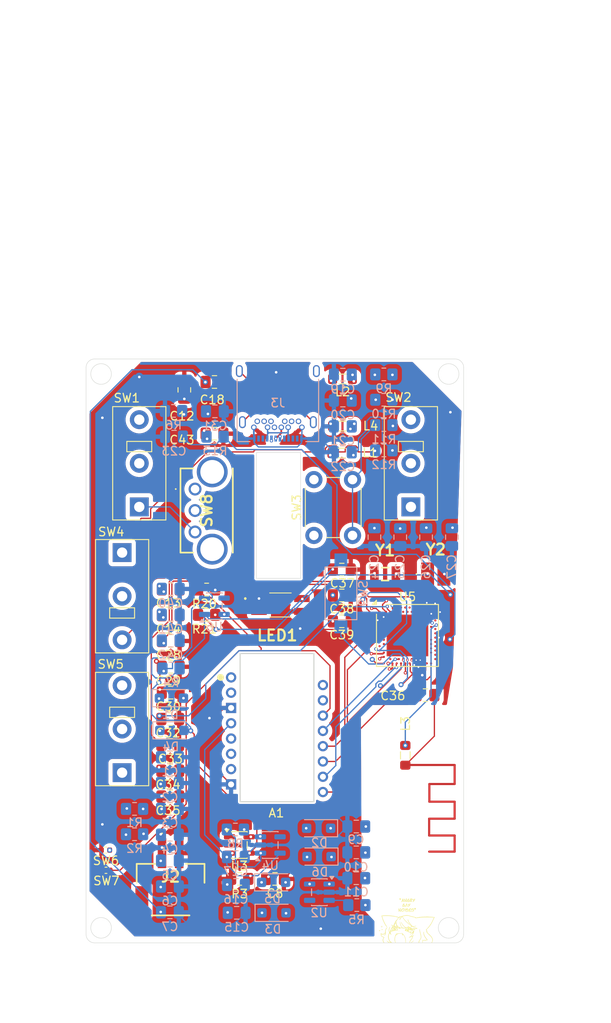
<source format=kicad_pcb>
(kicad_pcb (version 20241229) (generator "pcbnew") (generator_version "9.0")
  (layers (0 "F.Cu" signal) (4 "In1.Cu" signal) (6 "In2.Cu" signal) (2 "B.Cu" signal) (13 "F.Paste" user) (15 "B.Paste" user) (5 "F.SilkS" user "F.Silkscreen") (7 "B.SilkS" user "B.Silkscreen") (1 "F.Mask" user) (3 "B.Mask" user) (25 "Edge.Cuts" user))
  (net 0 "")
  (net 1 "+3.3V")
  (net 2 "MISO")
  (net 3 "MOTION")
  (net 4 "MOSI")
  (net 6 "MSNCS")
  (net 7 "Net-(A1-VDDREG)")
  (net 9 "GND")
  (net 10 "NRESET")
  (net 13 "VDD_1.9V")
  (net 14 "SCLK")
  (net 15 "Net-(A1-LED_P)")
  (net 16 "Net-(AE1-A)")
  (net 17 "+BATT")
  (net 18 "Net-(D2-K)")
  (net 19 "VDDW1")
  (net 20 "Net-(D3-K)")
  (net 21 "Switch1")
  (net 22 "Switch2")
  (net 23 "Switch3")
  (net 24 "Switch4")
  (net 25 "Switch5")
  (net 26 "C1-1")
  (net 27 "C1-2")
  (net 28 "C2-1")
  (net 29 "C2-2")
  (net 30 "Net-(U5-DEC1)")
  (net 31 "VBUS")
  (net 32 "Net-(J3-SHIELD)")
  (net 33 "RFDEC4")
  (net 34 "Net-(U5-DEC2)")
  (net 35 "Net-(U5-DEC3)")
  (net 36 "RFANT")
  (net 37 "Net-(U5-DEC5)")
  (net 38 "Net-(D1-K)")
  (net 39 "+5V")
  (net 40 "D-")
  (net 41 "D+")
  (net 42 "Net-(J3-CC1)")
  (net 43 "RFDCC")
  (net 44 "Net-(L1-Pad2)")
  (net 45 "DCCH")
  (net 46 "LED")
  (net 48 "Net-(U3-PROG)")
  (net 49 "Net-(U6-EN)")
  (net 50 "Net-(U2-EN)")
  (net 51 "Net-(U4-EN)")
  (net 52 "Net-(SW1-B)")
  (net 53 "Net-(SW2-B)")
  (net 54 "Net-(SW3-B)")
  (net 55 "Net-(SW4-B)")
  (net 56 "Net-(SW5-B)")
  (net 57 "RESET")
  (net 58 "RECW")
  (net 59 "RECCW")
  (net 100 "Net-(SW9-B)")
  (footprint "Capacitor_SMD:C_0805_2012Metric_Pad1.18x1.45mm_HandSolder" (layer "F.Cu") (at 133.9 105.1)
    (property "Reference" "C39")
    (property "Value" "4.7μF")
  )
  (footprint "Button_Switch_THT:SW_PUSH_6mm" (layer "F.Cu") (at 130.65 95.1 90)
    (property "Reference" "SW3")
    (property "Value" "SW_SPST")
  )
  (footprint "Capacitor_SMD:C_0805_2012Metric_Pad1.18x1.45mm_HandSolder" (layer "F.Cu") (at 113.9625 113.41)
    (property "Reference" "C30")
    (property "Value" "1.0μF")
  )
  (footprint "Resistor_SMD:R_0805_2012Metric_Pad1.20x1.40mm_HandSolder" (layer "F.Cu") (at 118.15 104.35)
    (property "Reference" "R21")
    (property "Value" "10kΩ")
  )
  (footprint "custom:SW_Tactile_SPDT_Omron_D2F" (layer "F.Cu") (at 108.3 97.1)
    (property "Reference" "SW4")
    (property "Value" "SW_SPST")
  )
  (footprint "Capacitor_SMD:C_0805_2012Metric_Pad1.18x1.45mm_HandSolder" (layer "F.Cu") (at 119.0625 77.23)
    (property "Reference" "C18")
    (property "Value" "10uF")
  )
  (footprint "Inductor_SMD:L_0805_2012Metric_Pad1.05x1.20mm_HandSolder" (layer "F.Cu") (at 133.9 85.5)
    (property "Reference" "L1")
    (property "Value" "10μH")
  )
  (footprint "Inductor_SMD:L_0805_2012Metric_Pad1.05x1.20mm_HandSolder" (layer "F.Cu") (at 141.3 120.7082 -90)
    (property "Reference" "L3")
    (property "Value" "3.3nH")
  )
  (footprint "Capacitor_SMD:C_0805_2012Metric_Pad1.18x1.45mm_HandSolder" (layer "F.Cu") (at 133.9 99.08)
    (property "Reference" "C37")
    (property "Value" "N.C.")
  )
  (footprint "custom:JSTPH2PINSMTRIGHTANGLECONNECTOR" (layer "F.Cu") (at 113.95 136.35)
    (property "Reference" "J2")
    (property "Value" "JSTPH" (hide yes))
  )
  (footprint "Package_TO_SOT_SMD:SOT-23-5" (layer "F.Cu") (at 121.9625 131.15)
    (property "Reference" "U3")
    (property "Value" "MCP73831-2-OT")
  )
  (footprint "Capacitor_SMD:C_0805_2012Metric_Pad1.18x1.45mm_HandSolder" (layer "F.Cu") (at 133.9 102.09)
    (property "Reference" "C38")
    (property "Value" "100nF")
  )
  (footprint "Capacitor_SMD:C_0805_2012Metric_Pad1.18x1.45mm_HandSolder" (layer "F.Cu") (at 126.1125 135.1)
    (property "Reference" "C8")
    (property "Value" "10uF")
  )
  (footprint "Capacitor_SMD:C_0402_1005Metric" (layer "F.Cu") (at 106.37 131.75)
    (property "Reference" "SW6")
    (property "Value" "SW_SPST")
  )
  (footprint "Package_DFN_QFN:Nordic_AQFN-73-1EP_7x7mm_P0.5mm" (layer "F.Cu") (at 141.55 106.75)
    (property "Reference" "U5")
    (property "Value" "nRF52840")
  )
  (footprint "custom:PAW3395" (layer "F.Cu") (at 121 111.635)
    (property "Reference" "A1")
    (property "Value" "PAW3395")
    (fp_line (start 1.05 -2.78) (end 1.05 14.48) (stroke (width 0.12)) (layer "Edge.Cuts"))
    (fp_line (start 1.05 -2.78) (end 9.65 -2.78) (stroke (width 0.12)) (layer "Edge.Cuts"))
    (fp_line (start 1.05 14.48) (end 9.65 14.48) (stroke (width 0.12)) (layer "Edge.Cuts"))
    (fp_line (start 9.65 -2.78) (end 9.65 14.48) (stroke (width 0.12)) (layer "Edge.Cuts"))
  )
  (footprint "custom:ABM8A32000MHZD2YT3" (layer "F.Cu") (at 144.85 99.6)
    (property "Reference" "Y2")
    (property "Value" "32 Hz" (hide yes))
  )
  (footprint "custom:FC135327680KAA" (layer "F.Cu") (at 138.95 99.6)
    (property "Reference" "Y1")
    (property "Value" "32.768 Hz" (hide yes))
  )
  (footprint "Capacitor_SMD:C_0805_2012Metric_Pad1.18x1.45mm_HandSolder" (layer "F.Cu") (at 119.0625 83.25)
    (property "Reference" "C43")
    (property "Value" "10uF")
  )
  (footprint "Capacitor_SMD:C_0805_2012Metric_Pad1.18x1.45mm_HandSolder" (layer "F.Cu") (at 113.9125 119.49)
    (property "Reference" "C33")
    (property "Value" "N.C.")
  )
  (footprint "custom:EC10E1220503" (layer "F.Cu") (at 116.8 89.7 -90)
    (property "Reference" "SW8")
    (property "Value" "RotaryEncoder" (hide yes))
  )
  (footprint "custom:SW_Tactile_SPDT_Omron_D2F" (layer "F.Cu") (at 141.95 91.78 180)
    (property "Reference" "SW2")
    (property "Value" "SW_SPST")
  )
  (footprint "Capacitor_SMD:C_0805_2012Metric_Pad1.18x1.45mm_HandSolder" (layer "F.Cu") (at 113.9125 122.5)
    (property "Reference" "C34")
    (property "Value" "100pF")
  )
  (footprint "Resistor_SMD:R_0805_2012Metric_Pad1.20x1.40mm_HandSolder" (layer "F.Cu") (at 122 135.1)
    (property "Reference" "R3")
    (property "Value" "2kΩ")
  )
  (footprint "Inductor_SMD:L_0805_2012Metric_Pad1.05x1.20mm_HandSolder" (layer "F.Cu") (at 133.98 82.375)
    (property "Reference" "L4")
    (property "Value" "10μH")
  )
  (footprint "Inductor_SMD:L_0805_2012Metric_Pad1.05x1.20mm_HandSolder" (layer "F.Cu") (at 133.98 76.875)
    (property "Reference" "L2")
    (property "Value" "15nH")
  )
  (footprint "Capacitor_SMD:C_0805_2012Metric_Pad1.18x1.45mm_HandSolder" (layer "F.Cu") (at 113.9125 125.51)
    (property "Reference" "C35")
    (property "Value" "0.8pF")
  )
  (footprint "Capacitor_SMD:C_0805_2012Metric_Pad1.18x1.45mm_HandSolder" (layer "F.Cu") (at 113.9625 101.37)
    (property "Reference" "C13")
    (property "Value" "100nF")
  )
  (footprint "Capacitor_SMD:C_0805_2012Metric_Pad1.18x1.45mm_HandSolder" (layer "F.Cu") (at 143.65 113.7 180)
    (property "Reference" "C36")
    (property "Value" "0.5pF")
  )
  (footprint "Capacitor_SMD:C_0805_2012Metric_Pad1.18x1.45mm_HandSolder" (layer "F.Cu") (at 113.9125 116.48)
    (property "Reference" "C32")
    (property "Value" "1.0μF")
  )
  (footprint "Capacitor_SMD:C_0805_2012Metric_Pad1.18x1.45mm_HandSolder" (layer "F.Cu") (at 113.9625 104.38)
    (property "Reference" "C14")
    (property "Value" "100nF")
  )
  (footprint "Capacitor_SMD:C_0402_1005Metric" (layer "F.Cu") (at 106.42 134.1)
    (property "Reference" "SW7")
    (property "Value" "SW_SPST")
  )
  (footprint "Resistor_SMD:R_0805_2012Metric_Pad1.20x1.40mm_HandSolder" (layer "F.Cu") (at 118.15 101.4)
    (property "Reference" "R20")
    (property "Value" "10kΩ")
  )
  (footprint "Capacitor_SMD:C_0805_2012Metric_Pad1.18x1.45mm_HandSolder" (layer "F.Cu") (at 115.55 78.15 90)
    (property "Reference" "C12")
    (property "Value" "10uF")
  )
  (footprint "Capacitor_SMD:C_0805_2012Metric_Pad1.18x1.45mm_HandSolder" (layer "F.Cu") (at 113.9625 110.4)
    (property "Reference" "C29")
    (property "Value" "4.7μF")
  )
  (footprint "Capacitor_SMD:C_0805_2012Metric_Pad1.18x1.45mm_HandSolder" (layer "F.Cu") (at 113.9625 107.39)
    (property "Reference" "C28")
    (property "Value" "100nF")
  )
  (footprint "custom:SW_Tactile_SPDT_Omron_D2F" (layer "F.Cu") (at 110.3 91.78 180)
    (property "Reference" "SW1")
    (property "Value" "SW_SPST")
  )
  (footprint "custom:SK6812MINIE" (layer "F.Cu") (at 126.75 103.2)
    (property "Reference" "LED1")
    (property "Value" "SK6812MINI-E" (hide yes))
  )
  (footprint "custom:LOGO" (layer "F.Cu") (at 141.65 139.075)
    (property "Reference" "G***" (hide yes))
    (property "Value" "LOGO" (hide yes))
  )
  (footprint "custom:SW_Tactile_SPDT_Omron_D2F" (layer "F.Cu") (at 108.3 122.73 180)
    (property "Reference" "SW5")
    (property "Value" "SW_SPST")
  )
  (footprint "Capacitor_SMD:C_0805_2012Metric_Pad1.18x1.45mm_HandSolder" (layer "B.Cu") (at 113.87 126.95)
    (property "Reference" "C3")
    (property "Value" "10uF")
  )
  (footprint "Capacitor_SMD:C_0805_2012Metric_Pad1.18x1.45mm_HandSolder" (layer "B.Cu") (at 134.02 85.41)
    (property "Reference" "C22")
    (property "Value" "100nF")
  )
  (footprint "Button_Switch_SMD:SW_SPST_CK_RS282G05A3" (layer "B.Cu") (at 133.8 101.85 90)
    (property "Reference" "SW9")
    (property "Value" "SW_SPST")
  )
  (footprint "Capacitor_SMD:C_0805_2012Metric_Pad1.18x1.45mm_HandSolder" (layer "B.Cu") (at 113.87 129.96)
    (property "Reference" "C4")
    (property "Value" "100nF")
  )
  (footprint "Resistor_SMD:R_0805_2012Metric_Pad1.20x1.40mm_HandSolder" (layer "B.Cu") (at 138.8 79.3)
    (property "Reference" "R10")
    (property "Value" "10kΩ")
  )
  (footprint "Capacitor_SMD:C_0805_2012Metric_Pad1.18x1.45mm_HandSolder" (layer "B.Cu") (at 113.87 135.98)
    (property "Reference" "C6")
    (property "Value" "10uF")
  )
  (footprint "Capacitor_SMD:C_0805_2012Metric_Pad1.18x1.45mm_HandSolder" (layer "B.Cu") (at 119.1125 80.65)
    (property "Reference" "C31")
    (property "Value" "100nF")
  )
  (footprint "Capacitor_SMD:C_0805_2012Metric_Pad1.18x1.45mm_HandSolder" (layer "B.Cu") (at 121.55 132.55)
    (property "Reference" "C17")
    (property "Value" "1uF")
  )
  (footprint "Capacitor_SMD:C_0805_2012Metric_Pad1.18x1.45mm_HandSolder" (layer "B.Cu") (at 113.97 104.34)
    (property "Reference" "C41")
    (property "Value" "10uF")
  )
  (footprint "Capacitor_SMD:C_0805_2012Metric_Pad1.18x1.45mm_HandSolder" (layer "B.Cu") (at 135.5875 135.02 180)
    (property "Reference" "C11")
    (property "Value" "1uF")
  )
  (footprint "Diode_SMD:D_SOD-123F" (layer "B.Cu") (at 131.25 132.5 180)
    (property "Reference" "D6")
    (property "Value" "MBR1020VL")
  )
  (footprint "Resistor_SMD:R_0805_2012Metric_Pad1.20x1.40mm_HandSolder" (layer "B.Cu") (at 135.65 138.15 180)
    (property "Reference" "R5")
    (property "Value" "100kΩ")
  )
  (footprint "Capacitor_SMD:C_0805_2012Metric_Pad1.18x1.45mm_HandSolder" (layer "B.Cu") (at 135.5875 129 180)
    (property "Reference" "C9")
    (property "Value" "10uF")
  )
  (footprint "Capacitor_SMD:C_0805_2012Metric_Pad1.18x1.45mm_HandSolder" (layer "B.Cu") (at 146.73 95.3 90)
    (property "Reference" "C27")
    (property "Value" "12pF")
  )
  (footprint "Package_TO_SOT_SMD:SOT-23-5" (layer "B.Cu") (at 131.2875 136.65 180)
    (property "Reference" "U2")
    (property "Value" "SPX3819M5-L-3-3")
  )
  (footprint "Capacitor_SMD:C_0805_2012Metric_Pad1.18x1.45mm_HandSolder" (layer "B.Cu") (at 113.87 123.94)
    (property "Reference" "C2")
    (property "Value" "100nF")
  )
  (footprint "Capacitor_SMD:C_0805_2012Metric_Pad1.18x1.45mm_HandSolder" (layer "B.Cu") (at 137.7 95.3 90)
    (property "Reference" "C24")
    (property "Value" "12pF")
  )
  (footprint "Capacitor_SMD:C_0805_2012Metric_Pad1.18x1.45mm_HandSolder" (layer "B.Cu") (at 113.97 107.35)
    (property "Reference" "C42")
    (property "Value" "1uF")
  )
  (footprint "Diode_SMD:D_SOD-123F" (layer "B.Cu") (at 114.1 117.8)
    (property "Reference" "D4")
    (property "Value" "MBR1020VL")
  )
  (footprint "Resistor_SMD:R_0805_2012Metric_Pad1.20x1.40mm_HandSolder" (layer "B.Cu") (at 138.8 82.25)
    (property "Reference" "R11")
    (property "Value" "10kΩ")
  )
  (footprint "Diode_SMD:D_SOD-123F" (layer "B.Cu") (at 131.2 129.2 180)
    (property "Reference" "D2")
    (property "Value" "MBR1020VL")
  )
  (footprint "Capacitor_SMD:C_0805_2012Metric_Pad1.18x1.45mm_HandSolder" (layer "B.Cu") (at 121.5625 135.8)
    (property "Reference" "C16")
    (property "Value" "10uF")
  )
  (footprint "Resistor_SMD:R_0805_2012Metric_Pad1.20x1.40mm_HandSolder" (layer "B.Cu") (at 121.5 129.35)
    (property "Reference" "R8")
    (property "Value" "100kΩ")
  )
  (footprint "Resistor_SMD:R_0805_2012Metric_Pad1.20x1.40mm_HandSolder" (layer "B.Cu") (at 114.3 80.6)
    (property "Reference" "R6")
    (property "Value" "5.1kΩ")
  )
  (footprint "Diode_SMD:D_SOD-123F" (layer "B.Cu") (at 114.05 114.05)
    (property "Reference" "D1")
    (property "Value" "MBR1020VL")
  )
  (footprint "Capacitor_SMD:C_0805_2012Metric_Pad1.18x1.45mm_HandSolder" (layer "B.Cu") (at 143.72 95.3 90)
    (property "Reference" "C26")
    (property "Value" "12pF")
  )
  (footprint "Connector_USB:USB_C_Receptacle_Amphenol_12401548E4-2A" (layer "B.Cu") (at 126.45 78.8)
    (property "Reference" "J3")
    (property "Value" "USB_C_Receptacle_USB2.0_14P")
  )
  (footprint "Capacitor_SMD:C_0805_2012Metric_Pad1.18x1.45mm_HandSolder" (layer "B.Cu") (at 113.87 120.93)
    (property "Reference" "C1")
    (property "Value" "4.7uF")
  )
  (footprint "Resistor_SMD:R_0805_2012Metric_Pad1.20x1.40mm_HandSolder" (layer "B.Cu") (at 114 110.6)
    (property "Reference" "R4")
    (property "Value" "100kΩ")
  )
  (footprint "Resistor_SMD:R_0805_2012Metric_Pad1.20x1.40mm_HandSolder" (layer "B.Cu") (at 109.75 129.9)
    (property "Reference" "R2")
    (property "Value" "5.6Ω")
  )
  (footprint "Capacitor_SMD:C_0805_2012Metric_Pad1.18x1.45mm_HandSolder" (layer "B.Cu") (at 113.87 132.97)
    (property "Reference" "C5")
    (property "Value" "100nF")
  )
  (footprint "Capacitor_SMD:C_0805_2012Metric_Pad1.18x1.45mm_HandSolder" (layer "B.Cu") (at 113.97 101.33)
    (property "Reference" "C40")
    (property "Value" "10uF")
  )
  (footprint "Package_TO_SOT_SMD:SOT-23-5" (layer "B.Cu") (at 125.5625 131.15)
    (property "Reference" "U4")
    (property "Value" "TLV70019_SOT23-5")
  )
  (footprint "Capacitor_SMD:C_0805_2012Metric_Pad1.18x1.45mm_HandSolder" (layer "B.Cu") (at 114.35 83.6)
    (property "Reference" "C23")
    (property "Value" "100nF")
  )
  (footprint "Capacitor_SMD:C_0805_2012Metric_Pad1.18x1.45mm_HandSolder" (layer "B.Cu") (at 140.71 95.3 90)
    (property "Reference" "C25")
    (property "Value" "12pF")
  )
  (footprint "Capacitor_SMD:C_0805_2012Metric_Pad1.18x1.45mm_HandSolder" (layer "B.Cu") (at 134.02 76.38)
    (property "Reference" "C19")
    (property "Value" "100nF")
  )
  (footprint "Resistor_SMD:R_0805_2012Metric_Pad1.20x1.40mm_HandSolder" (layer "B.Cu") (at 109.75 126.95)
    (property "Reference" "R1")
    (property "Value" "10kΩ")
  )
  (footprint "Package_TO_SOT_SMD:SOT-23-5" (layer "B.Cu") (at 119.05 103.35)
    (property "Reference" "U6")
    (property "Value" "SPX3819M5-L-5-0")
  )
  (footprint "Resistor_SMD:R_0805_2012Metric_Pad1.20x1.40mm_HandSolder" (layer "B.Cu") (at 138.8 76.35)
    (property "Reference" "R9")
    (property "Value" "10kΩ")
  )
  (footprint "Capacitor_SMD:C_0805_2012Metric_Pad1.18x1.45mm_HandSolder" (layer "B.Cu") (at 135.5875 132.01 180)
    (property "Reference" "C10")
    (property "Value" "10uF")
  )
  (footprint "Capacitor_SMD:C_0805_2012Metric_Pad1.18x1.45mm_HandSolder" (layer "B.Cu") (at 134.02 79.39)
    (property "Reference" "C20")
    (property "Value" "100nF")
  )
  (footprint "Diode_SMD:D_SOD-123F" (layer "B.Cu") (at 125.95 135.5)
    (property "Reference" "D5")
    (property "Value" "MBR1020VL")
  )
  (footprint "Capacitor_SMD:C_0805_2012Metric_Pad1.18x1.45mm_HandSolder" (layer "B.Cu") (at 121.65 139.05)
    (property "Reference" "C15")
    (property "Value" "10uF")
  )
  (footprint "Resistor_SMD:R_0805_2012Metric_Pad1.20x1.40mm_HandSolder" (layer "B.Cu") (at 138.8 85.2)
    (property "Reference" "R12")
    (property "Value" "10kΩ")
  )
  (footprint "Capacitor_SMD:C_0805_2012Metric_Pad1.18x1.45mm_HandSolder" (layer "B.Cu") (at 113.87 138.99)
    (property "Reference" "C7")
    (property "Value" "33uF")
  )
  (footprint "Resistor_SMD:R_0805_2012Metric_Pad1.20x1.40mm_HandSolder" (layer "B.Cu") (at 119.13 83.6)
    (property "Reference" "R13")
    (property "Value" "10kΩ")
  )
  (footprint "Diode_SMD:D_SOD-123F" (layer "B.Cu") (at 126 139.05)
    (property "Reference" "D3")
    (property "Value" "MBR1020VL")
  )
  (footprint "Capacitor_SMD:C_0805_2012Metric_Pad1.18x1.45mm_HandSolder" (layer "B.Cu") (at 134.02 82.4)
    (property "Reference" "C21")
    (property "Value" "100nF")
  )
  (gr_circle (center 146.35 76.3) (end 146.35 75.1) (stroke (width 0.05)) (fill no) (layer "Edge.Cuts"))
  (gr_line (start 104.1 75.55) (end 104.1 141.55) (stroke (width 0.05)) (layer "Edge.Cuts"))
  (gr_arc (start 147.1 74.55) (mid 147.807107 74.842893) (end 148.1 75.55) (stroke (width 0.05)) (layer "Edge.Cuts"))
  (gr_circle (center 146.35 140.8) (end 146.35 139.6) (stroke (width 0.05)) (fill no) (layer "Edge.Cuts"))
  (gr_circle (center 105.85 140.8) (end 105.85 139.6) (stroke (width 0.05)) (fill no) (layer "Edge.Cuts"))
  (gr_line (start 105.1 142.55) (end 147.1 142.55) (stroke (width 0.05)) (layer "Edge.Cuts"))
  (gr_arc (start 104.1 75.55) (mid 104.392893 74.842893) (end 105.1 74.55) (stroke (width 0.05)) (layer "Edge.Cuts"))
  (gr_rect (start 123.95 85.45) (end 129.1 100.1) (stroke (width 0.05)) (fill no) (layer "Edge.Cuts"))
  (gr_circle (center 105.85 76.3) (end 105.85 75.1) (stroke (width 0.05)) (fill no) (layer "Edge.Cuts"))
  (gr_line (start 147.1 74.55) (end 105.1 74.55) (stroke (width 0.05)) (layer "Edge.Cuts"))
  (gr_arc (start 105.1 142.55) (mid 104.392893 142.257107) (end 104.1 141.55) (stroke (width 0.05)) (layer "Edge.Cuts"))
  (gr_arc (start 148.1 141.55) (mid 147.807107 142.257107) (end 147.1 142.55) (stroke (width 0.05)) (layer "Edge.Cuts"))
  (gr_line (start 148.1 141.55) (end 148.1 75.55) (stroke (width 0.05)) (layer "Edge.Cuts"))
  (via blind (at 115.55 79.2) (size 0.6) (drill 0.3) (layers "F.Cu" "In2.Cu") (net 1))
  (via blind (at 119.15 101.45) (size 0.6) (drill 0.3) (layers "F.Cu" "In2.Cu") (net 1))
  (via blind (at 119.15 104.35) (size 0.6) (drill 0.3) (layers "F.Cu" "In2.Cu") (net 1))
  (segment (start 110.3 91.78) (end 113.88 91.78) (width 0.15) (layer "B.Cu") (net 1))
  (segment (start 113.88 91.78) (end 116.8 94.7) (width 0.15) (layer "B.Cu") (net 1))
  (via blind (at 136.65 132.05) (size 0.6) (drill 0.3) (layers "In2.Cu" "B.Cu") (net 1))
  (via blind (at 112.8 129.9) (size 0.6) (drill 0.3) (layers "In2.Cu" "B.Cu") (net 1))
  (via blind (at 108.85 126.9) (size 0.6) (drill 0.3) (layers "In2.Cu" "B.Cu") (net 1))
  (via blind (at 136.6 135) (size 0.6) (drill 0.3) (layers "In2.Cu" "B.Cu") (net 1))
  (via blind (at 112.9 126.95) (size 0.6) (drill 0.3) (layers "In2.Cu" "B.Cu") (net 1))
  (via blind (at 130.15 135.7) (size 0.6) (drill 0.3) (layers "In2.Cu" "B.Cu") (net 1))
  (segment (start 134.25 109.3) (end 134.25 118.5) (width 0.15) (layer "F.Cu") (net 2))
  (segment (start 133.105 119.645) (end 131.7 119.645) (width 0.15) (layer "F.Cu") (net 2))
  (segment (start 134.25 118.5) (end 133.105 119.645) (width 0.15) (layer "F.Cu") (net 2))
  (segment (start 137.05 106.5) (end 134.25 109.3) (width 0.15) (layer "F.Cu") (net 2))
  (segment (start 138.3 106.5) (end 137.05 106.5) (width 0.15) (layer "F.Cu") (net 2))
  (segment (start 140.8 110.65) (end 134.852 116.598) (width 0.15) (layer "F.Cu") (net 3))
  (segment (start 140.8 110) (end 140.8 110.65) (width 0.15) (layer "F.Cu") (net 3))
  (segment (start 134.775 124.525) (end 134.315 124.985) (width 0.15) (layer "F.Cu") (net 3))
  (segment (start 134.852 116.598) (end 134.852 120.173678) (width 0.15) (layer "F.Cu") (net 3))
  (segment (start 134.852 120.173678) (end 134.775 120.250678) (width 0.15) (layer "F.Cu") (net 3))
  (segment (start 134.315 124.985) (end 131.7 124.985) (width 0.15) (layer "F.Cu") (net 3))
  (segment (start 134.775 120.250678) (end 134.775 124.525) (width 0.15) (layer "F.Cu") (net 3))
  (segment (start 134.551 120.049) (end 133.175 121.425) (width 0.15) (layer "F.Cu") (net 4))
  (segment (start 134.551 110.749) (end 134.551 120.049) (width 0.15) (layer "F.Cu") (net 4))
  (segment (start 133.175 121.425) (end 131.7 121.425) (width 0.15) (layer "F.Cu") (net 4))
  (segment (start 138.3 107) (end 134.551 110.749) (width 0.15) (layer "F.Cu") (net 4))
  (via blind (at 110.75 126.95) (size 0.6) (drill 0.3) (layers "In1.Cu" "B.Cu") (net 4))
  (segment (start 140.125 109.525) (end 140.525 109.525) (width 0.15) (layer "F.Cu") (net 6))
  (segment (start 140.525 109.525) (end 140.55 109.5) (width 0.15) (layer "F.Cu") (net 6))
  (via blind (at 140.125 109.525) (size 0.4) (drill 0.2) (layers "F.Cu" "B.Cu") (net 6))
  (segment (start 140.065 109.5) (end 131.7 117.865) (width 0.15) (layer "B.Cu") (net 6))
  (segment (start 140.125 109.525) (end 140.1 109.5) (width 0.15) (layer "B.Cu") (net 6))
  (segment (start 140.1 109.5) (end 140.065 109.5) (width 0.15) (layer "B.Cu") (net 6))
  (via blind (at 112.85 120.9) (size 0.6) (drill 0.3) (layers "In1.Cu" "B.Cu") (net 7))
  (via blind (at 112.8 124.05) (size 0.6) (drill 0.3) (layers "In1.Cu" "B.Cu") (net 7))
  (segment (start 129.151 106.051) (end 129.05 105.95) (width 0.15) (layer "F.Cu") (net 9))
  (segment (start 144.38374 105.25) (end 143.05 105.25) (width 0.15) (layer "F.Cu") (net 9))
  (segment (start 115 104.38) (end 115 107.39) (width 0.15) (layer "F.Cu") (net 9))
  (segment (start 135.1 120.351356) (end 135.153 120.298356) (width 0.15) (layer "F.Cu") (net 9))
  (segment (start 135.153 120.298356) (end 135.153 118.547) (width 0.15) (layer "F.Cu") (net 9))
  (segment (start 135.153 118.547) (end 140 113.7) (width 0.15) (layer "F.Cu") (net 9))
  (segment (start 144.424003 105.290263) (end 144.38374 105.25) (width 0.15) (layer "F.Cu") (net 9))
  (segment (start 114.95 122.5) (end 114.95 119.49) (width 0.15) (layer "F.Cu") (net 9))
  (segment (start 139.787513 103.275) (end 139.787513 103.300034) (width 0.15) (layer "F.Cu") (net 9))
  (segment (start 135.1 127.15) (end 135.1 120.351356) (width 0.15) (layer "F.Cu") (net 9))
  (segment (start 139.787513 103.300034) (end 139.8 103.312521) (width 0.15) (layer "F.Cu") (net 9))
  (segment (start 140.05 105.25) (end 141.55 106.75) (width 0.15) (layer "F.Cu") (net 9))
  (segment (start 133.9865 106.051) (end 129.151 106.051) (width 0.15) (layer "F.Cu") (net 9))
  (segment (start 114.95 113.46) (end 115 113.41) (width 0.15) (layer "F.Cu") (net 9))
  (segment (start 115 113.41) (end 115 110.4) (width 0.15) (layer "F.Cu") (net 9))
  (segment (start 121 115.195) (end 120.205 115.195) (width 0.15) (layer "F.Cu") (net 9))
  (segment (start 134.9375 102.09) (end 134.379906 102.09) (width 0.15) (layer "F.Cu") (net 9))
  (segment (start 114.95 119.49) (end 114.95 116.48) (width 0.15) (layer "F.Cu") (net 9))
  (segment (start 140 113.7) (end 142.6125 113.7) (width 0.15) (layer "F.Cu") (net 9))
  (segment (start 139.8 103.647545) (end 140.05 103.897545) (width 0.15) (layer "F.Cu") (net 9))
  (segment (start 143.05 105.25) (end 141.55 106.75) (width 0.15) (layer "F.Cu") (net 9))
  (segment (start 134.9375 105.1) (end 133.9865 106.051) (width 0.15) (layer "F.Cu") (net 9))
  (segment (start 115 101.37) (end 115 104.38) (width 0.15) (layer "F.Cu") (net 9))
  (segment (start 129.25 103.95) (end 129.25 105.75) (width 0.15) (layer "F.Cu") (net 9))
  (segment (start 140.05 104) (end 140.05 105.25) (width 0.15) (layer "F.Cu") (net 9))
  (segment (start 144.424003 105.290263) (end 144.340263 105.290263) (width 0.15) (layer "F.Cu") (net 9))
  (segment (start 134.379906 102.09) (end 130.519906 105.95) (width 0.15) (layer "F.Cu") (net 9))
  (segment (start 144.340263 105.290263) (end 144.3 105.25) (width 0.15) (layer "F.Cu") (net 9))
  (segment (start 130.519906 105.95) (end 129.05 105.95) (width 0.15) (layer "F.Cu") (net 9))
  (segment (start 119.7 122.795) (end 121 124.095) (width 0.15) (layer "F.Cu") (net 9))
  (segment (start 139.8 103.312521) (end 139.8 103.647545) (width 0.15) (layer "F.Cu") (net 9))
  (segment (start 127.15 135.1) (end 135.1 127.15) (width 0.15) (layer "F.Cu") (net 9))
  (segment (start 140.05 103.897545) (end 140.05 104) (width 0.15) (layer "F.Cu") (net 9))
  (segment (start 129.25 105.75) (end 129.05 105.95) (width 0.15) (layer "F.Cu") (net 9))
  (segment (start 119.7 115.7) (end 119.7 122.795) (width 0.15) (layer "F.Cu") (net 9))
  (segment (start 120.205 115.195) (end 119.7 115.7) (width 0.15) (layer "F.Cu") (net 9))
  (segment (start 114.95 125.51) (end 114.95 122.5) (width 0.15) (layer "F.Cu") (net 9))
  (segment (start 114.95 116.48) (end 114.95 113.46) (width 0.15) (layer "F.Cu") (net 9))
  (via (at 126.25 76.1) (size 1) (drill 0.3) (layers "F.Cu" "B.Cu") (net 9))
  (via (at 146.55 80.75) (size 1) (drill 0.3) (layers "F.Cu" "B.Cu") (net 9))
  (via (at 129.05 105.95) (size 1) (drill 0.3) (layers "F.Cu" "B.Cu") (net 9))
  (via (at 131.45 140.9) (size 1) (drill 0.3) (layers "F.Cu" "B.Cu") (net 9))
  (via (at 106 128.75) (size 1) (drill 0.3) (layers "F.Cu" "B.Cu") (net 9))
  (via blind (at 139.787513 103.275) (size 0.4) (drill 0.2) (layers "F.Cu" "B.Cu") (net 9))
  (via (at 106 81.4) (size 1) (drill 0.3) (layers "F.Cu" "B.Cu") (net 9))
  (via (at 118.475 116.375) (size 0.6) (drill 0.3) (layers "F.Cu" "B.Cu") (net 9))
  (via (at 110.3 76.65) (size 1) (drill 0.3) (layers "F.Cu" "B.Cu") (net 9))
  (via blind (at 144.424003 105.290263) (size 0.4) (drill 0.2) (layers "F.Cu" "B.Cu") (net 9))
  (segment (start 118.801 102.090098) (end 118.040902 101.33) (width 0.15) (layer "B.Cu") (net 9))
  (segment (start 123.65 83.77) (end 123.7 83.82) (width 0.15) (layer "B.Cu") (net 9))
  (segment (start 118.801 102.709902) (end 118.801 102.090098) (width 0.15) (layer "B.Cu") (net 9))
  (segment (start 123.65 82.51) (end 123.65 83.77) (width 0.2) (layer "B.Cu") (net 9))
  (segment (start 115.0075 107.35) (end 115.0075 104.34) (width 0.15) (layer "B.Cu") (net 9))
  (segment (start 118.160902 103.35) (end 118.801 102.709902) (width 0.15) (layer "B.Cu") (net 9))
  (segment (start 124.179 84.799) (end 128.721 84.799) (width 0.15) (layer "B.Cu") (net 9))
  (segment (start 134.55 129) (end 132.8 127.25) (width 0.15) (layer "B.Cu") (net 9))
  (segment (start 123.9875 131.15) (end 124.425 131.15) (width 0.15) (layer "B.Cu") (net 9))
  (segment (start 132.8 127.25) (end 122.65 127.25) (width 0.15) (layer "B.Cu") (net 9))
  (segment (start 119.655 115.195) (end 118.475 116.375) (width 0.15) (layer "B.Cu") (net 9))
  (segment (start 128.721 84.799) (end 129.2 84.32) (width 0.15) (layer "B.Cu") (net 9))
  (segment (start 129.2 83.82) (end 131.3925 83.82) (width 0.15) (layer "B.Cu") (net 9))
  (segment (start 122.6 135.8) (end 122.6 138.9625) (width 0.15) (layer "B.Cu") (net 9))
  (segment (start 121 125.6) (end 121 124.095) (width 0.15) (layer "B.Cu") (net 9))
  (segment (start 123.7 83.82) (end 122.595 83.82) (width 0.15) (layer "B.Cu") (net 9))
  (segment (start 122.5875 132.55) (end 123.9875 131.15) (width 0.15) (layer "B.Cu") (net 9))
  (segment (start 122.65 127.25) (end 121 125.6) (width 0.15) (layer "B.Cu") (net 9))
  (segment (start 121 115.195) (end 119.655 115.195) (width 0.15) (layer "B.Cu") (net 9))
  (segment (start 122.595 83.82) (end 120.15 81.375) (width 0.15) (layer "B.Cu") (net 9))
  (segment (start 114.9075 139.3325) (end 114.9075 138.99) (width 0.15) (layer "B.Cu") (net 9))
  (segment (start 129.2 84.32) (end 129.2 83.82) (width 0.15) (layer "B.Cu") (net 9))
  (segment (start 131.3925 83.82) (end 132.9825 85.41) (width 0.15) (layer "B.Cu") (net 9))
  (segment (start 124.425 131.15) (end 132.4 131.15) (width 0.15) (layer "B.Cu") (net 9))
  (segment (start 122.6 138.9625) (end 122.6875 139.05) (width 0.15) (layer "B.Cu") (net 9))
  (segment (start 122.6875 139.05) (end 121.0625 140.675) (width 0.15) (layer "B.Cu") (net 9))
  (segment (start 132.4 131.15) (end 134.55 129) (width 0.15) (layer "B.Cu") (net 9))
  (segment (start 123.7 84.32) (end 124.179 84.799) (width 0.15) (layer "B.Cu") (net 9))
  (segment (start 129.25 82.51) (end 129.25 83.77) (width 0.15) (layer "B.Cu") (net 9))
  (segment (start 121.0625 140.675) (end 116.25 140.675) (width 0.15) (layer "B.Cu") (net 9))
  (segment (start 129.25 83.77) (end 129.2 83.82) (width 0.15) (layer "B.Cu") (net 9))
  (segment (start 118.040902 101.33) (end 115.0075 101.33) (width 0.15) (layer "B.Cu") (net 9))
  (segment (start 116.25 140.675) (end 114.9075 139.3325) (width 0.15) (layer "B.Cu") (net 9))
  (segment (start 117.9125 103.35) (end 118.160902 103.35) (width 0.15) (layer "B.Cu") (net 9))
  (segment (start 123.7 83.82) (end 123.7 84.32) (width 0.15) (layer "B.Cu") (net 9))
  (segment (start 120.15 81.375) (end 120.15 80.65) (width 0.15) (layer "B.Cu") (net 9))
  (segment (start 115.0075 104.34) (end 115.0075 101.33) (width 0.15) (layer "B.Cu") (net 9))
  (segment (start 124.5 108.219906) (end 118.606094 102.326) (width 0.15) (layer "F.Cu") (net 10))
  (segment (start 108.05 134.1) (end 106.9 134.1) (width 0.15) (layer "F.Cu") (net 10))
  (segment (start 132.526 110.269966) (end 130.785034 108.529) (width 0.15) (layer "F.Cu") (net 10))
  (segment (start 118.076 102.326) (end 117.15 101.4) (width 0.15) (layer "F.Cu") (net 10))
  (segment (start 118.606094 102.326) (end 118.076 102.326) (width 0.15) (layer "F.Cu") (net 10))
  (segment (start 124.5 108.529) (end 124.5 108.219906) (width 0.15) (layer "F.Cu") (net 10))
  (segment (start 130.785034 108.529) (end 124.5 108.529) (width 0.15) (layer "F.Cu") (net 10))
  (segment (start 132.526 115.259) (end 132.526 110.269966) (width 0.15) (layer "F.Cu") (net 10))
  (segment (start 124.5 108.529) (end 121.914966 108.529) (width 0.15) (layer "F.Cu") (net 10))
  (segment (start 115.7635 114.680466) (end 115.7635 126.3865) (width 0.15) (layer "F.Cu") (net 10))
  (segment (start 131.7 116.085) (end 132.526 115.259) (width 0.15) (layer "F.Cu") (net 10))
  (segment (start 121.914966 108.529) (end 115.7635 114.680466) (width 0.15) (layer "F.Cu") (net 10))
  (segment (start 115.7635 126.3865) (end 108.05 134.1) (width 0.15) (layer "F.Cu") (net 10))
  (via blind (at 118 77.25) (size 0.6) (drill 0.3) (layers "F.Cu" "B.Cu") (net 13))
  (segment (start 120.5 132.55) (end 120.5 133.454) (width 0.15) (layer "B.Cu") (net 13))
  (segment (start 118 77.25) (end 116.55 75.8) (width 0.15) (layer "B.Cu") (net 13))
  (segment (start 117.925 120.05) (end 121 116.975) (width 0.15) (layer "B.Cu") (net 13))
  (segment (start 124.125 134.725) (end 126.75 132.1) (width 0.15) (layer "B.Cu") (net 13))
  (segment (start 109.45 75.8) (end 104.6 80.65) (width 0.15) (layer "B.Cu") (net 13))
  (segment (start 117.925 129.975) (end 117.925 120.05) (width 0.15) (layer "B.Cu") (net 13))
  (segment (start 120.5 132.55) (end 117.925 129.975) (width 0.15) (layer "B.Cu") (net 13))
  (segment (start 104.6 130.7575) (end 112.8325 138.99) (width 0.15) (layer "B.Cu") (net 13))
  (segment (start 104.6 80.65) (end 104.6 130.7575) (width 0.15) (layer "B.Cu") (net 13))
  (segment (start 116.55 75.8) (end 109.45 75.8) (width 0.15) (layer "B.Cu") (net 13))
  (segment (start 120.5 133.454) (end 121.771 134.725) (width 0.15) (layer "B.Cu") (net 13))
  (segment (start 121.771 134.725) (end 124.125 134.725) (width 0.15) (layer "B.Cu") (net 13))
  (via blind (at 120.5 132.55) (size 0.6) (drill 0.3) (layers "In1.Cu" "B.Cu") (net 13))
  (via blind (at 112.8 133) (size 0.6) (drill 0.3) (layers "In1.Cu" "B.Cu") (net 13))
  (via blind (at 108.75 129.95) (size 0.6) (drill 0.3) (layers "In1.Cu" "B.Cu") (net 13))
  (via blind (at 120.55 135.75) (size 0.6) (drill 0.3) (layers "In1.Cu" "B.Cu") (net 13))
  (via blind (at 112.8 138.95) (size 0.6) (drill 0.3) (layers "In1.Cu" "B.Cu") (net 13))
  (via blind (at 112.8 136.05) (size 0.6) (drill 0.3) (layers "In1.Cu" "B.Cu") (net 13))
  (segment (start 140.265552 110.483406) (end 140.25 110.467854) (width 0.15) (layer "F.Cu") (net 14))
  (segment (start 140.25 110.467854) (end 140.25 110.05) (width 0.15) (layer "F.Cu") (net 14))
  (segment (start 140.25 110.05) (end 140.3 110) (width 0.15) (layer "F.Cu") (net 14))
  (via blind (at 140.265552 110.483406) (size 0.4) (drill 0.2) (layers "F.Cu" "B.Cu") (net 14))
  (segment (start 131.895 123.205) (end 131.7 123.205) (width 0.15) (layer "B.Cu") (net 14))
  (segment (start 133.2 121.9) (end 131.895 123.205) (width 0.15) (layer "B.Cu") (net 14))
  (segment (start 140.249479 110.350521) (end 138.526 112.074) (width 0.15) (layer "B.Cu") (net 14))
  (segment (start 138.182123 112.074) (end 137.874 112.382123) (width 0.15) (layer "B.Cu") (net 14))
  (segment (start 137.874 112.726) (end 133.2 117.4) (width 0.15) (layer "B.Cu") (net 14))
  (segment (start 138.526 112.074) (end 138.182123 112.074) (width 0.15) (layer "B.Cu") (net 14))
  (segment (start 137.874 112.382123) (end 137.874 112.726) (width 0.15) (layer "B.Cu") (net 14))
  (segment (start 133.2 117.4) (end 133.2 121.9) (width 0.15) (layer "B.Cu") (net 14))
  (via blind (at 110.8 129.85) (size 0.6) (drill 0.3) (layers "In1.Cu" "B.Cu") (net 15))
  (segment (start 144.077795 128.0896) (end 144.077795 130.0454) (width 0.254) (layer "F.Cu") (net 16))
  (segment (start 147.046805 128.0896) (end 144.077795 128.0896) (width 0.254) (layer "F.Cu") (net 16))
  (segment (start 147.046805 126.1084) (end 147.046805 128.0896) (width 0.254) (layer "F.Cu") (net 16))
  (segment (start 147.046805 124.051) (end 144.103195 124.051) (width 0.254) (layer "F.Cu") (net 16))
  (segment (start 144.103195 124.051) (end 144.103195 126.1084) (width 0.254) (layer "F.Cu") (net 16))
  (segment (start 144.6875 118.4707) (end 144.6875 113.7) (width 0.15) (layer "F.Cu") (net 16))
  (segment (start 147.046805 126.1084) (end 144.103195 126.1084) (width 0.254) (layer "F.Cu") (net 16))
  (segment (start 147.046805 130.0454) (end 147.046805 131.925) (width 0.254) (layer "F.Cu") (net 16))
  (segment (start 141.3 121.8582) (end 144.6875 118.4707) (width 0.15) (layer "F.Cu") (net 16))
  (segment (start 147.046805 131.925) (end 144.082595 131.925) (width 0.254) (layer "F.Cu") (net 16))
  (segment (start 147.046805 130.0454) (end 144.077795 130.0454) (width 0.254) (layer "F.Cu") (net 16))
  (segment (start 147.046805 121.8332) (end 141.319595 121.8332) (width 0.254) (layer "F.Cu") (net 16))
  (segment (start 147.046805 121.8332) (end 147.046805 124.051) (width 0.254) (layer "F.Cu") (net 16))
  (segment (start 138.675 108.875) (end 138.8 108.75) (width 0.2) (layer "F.Cu") (net 17))
  (segment (start 137.35 108.875) (end 138.675 108.875) (width 0.2) (layer "F.Cu") (net 17))
  (via blind (at 112.95 131.45) (size 0.6) (drill 0.3) (layers "F.Cu" "In1.Cu") (net 17))
  (via blind (at 137.35 108.875) (size 0.4) (drill 0.2) (layers "F.Cu" "In1.Cu") (net 17))
  (via blind (at 132.85 105.1) (size 0.6) (drill 0.3) (layers "F.Cu" "In1.Cu") (net 17))
  (via blind (at 125.35 134.85) (size 0.6) (drill 0.3) (layers "F.Cu" "In1.Cu") (net 17))
  (via blind (at 121.15 132.1) (size 0.6) (drill 0.3) (layers "F.Cu" "In1.Cu") (net 17))
  (via blind (at 129.75 129.2) (size 0.6) (drill 0.3) (layers "In1.Cu" "B.Cu") (net 17))
  (via blind (at 127.4 139.1) (size 0.6) (drill 0.3) (layers "In1.Cu" "B.Cu") (net 17))
  (via blind (at 115.45 114.05) (size 0.6) (drill 0.3) (layers "In1.Cu" "B.Cu") (net 17))
  (via blind (at 132.6 129.2) (size 0.6) (drill 0.3) (layers "In1.Cu" "B.Cu") (net 18))
  (via blind (at 136.7 129) (size 0.6) (drill 0.3) (layers "In1.Cu" "B.Cu") (net 18))
  (via blind (at 132.7 132.55) (size 0.6) (drill 0.3) (layers "In1.Cu" "B.Cu") (net 18))
  (segment (start 143.85 111.9) (end 142.85 111.9) (width 0.15) (layer "F.Cu") (net 19))
  (segment (start 137.875 108.325) (end 138.05 108.5) (width 0.15) (layer "F.Cu") (net 19))
  (segment (start 142.85 111.9) (end 142.175 111.225) (width 0.15) (layer "F.Cu") (net 19))
  (segment (start 141.875 110.075) (end 141.8 110) (width 0.15) (layer "F.Cu") (net 19))
  (segment (start 144.3 111.45) (end 143.85 111.9) (width 0.15) (layer "F.Cu") (net 19))
  (segment (start 144.3 110) (end 144.3 111.45) (width 0.15) (layer "F.Cu") (net 19))
  (segment (start 137.375 103.6) (end 137.9 103.6) (width 0.15) (layer "F.Cu") (net 19))
  (segment (start 140.8 112.475) (end 140.925 112.475) (width 0.15) (layer "F.Cu") (net 19))
  (segment (start 143.8 102.95) (end 143.8 103.5) (width 0.15) (layer "F.Cu") (net 19))
  (segment (start 141.875 110.925) (end 141.875 110.075) (width 0.15) (layer "F.Cu") (net 19))
  (segment (start 137.9 103.6) (end 138.3 104) (width 0.15) (layer "F.Cu") (net 19))
  (segment (start 140.925 112.475) (end 142.175 111.225) (width 0.15) (layer "F.Cu") (net 19))
  (segment (start 138.05 108.5) (end 138.3 108.5) (width 0.15) (layer "F.Cu") (net 19))
  (segment (start 141.875 110.925) (end 142.175 111.225) (width 0.15) (layer "F.Cu") (net 19))
  (via blind (at 137.875 108.325) (size 0.4) (drill 0.2) (layers "F.Cu" "B.Cu") (net 19))
  (via blind (at 132.85 102.05) (size 0.6) (drill 0.3) (layers "F.Cu" "B.Cu") (net 19))
  (via blind (at 143.8 102.95) (size 0.4) (drill 0.2) (layers "F.Cu" "In1.Cu") (net 19))
  (via blind (at 137.375 103.6) (size 0.4) (drill 0.2) (layers "F.Cu" "In1.Cu") (net 19))
  (via blind (at 112.65 101) (size 0.6) (drill 0.3) (layers "F.Cu" "In1.Cu") (net 19))
  (via blind (at 132.6 82.1) (size 0.6) (drill 0.3) (layers "F.Cu" "In2.Cu") (net 19))
  (via blind (at 112.7 113.05) (size 0.6) (drill 0.3) (layers "F.Cu" "In1.Cu") (net 19))
  (via blind (at 140.8 112.475) (size 0.6) (drill 0.3) (layers "F.Cu" "B.Cu") (net 19))
  (via blind (at 112.65 104) (size 0.6) (drill 0.3) (layers "F.Cu" "In1.Cu") (net 19))
  (segment (start 141.45 105.35) (end 141.45 102.775) (width 0.15) (layer "B.Cu") (net 19))
  (segment (start 138.3 108.5) (end 141.45 105.35) (width 0.15) (layer "B.Cu") (net 19))
  (segment (start 138.05 108.5) (end 138.3 108.5) (width 0.15) (layer "B.Cu") (net 19))
  (segment (start 140.425 101.75) (end 137.127568 101.75) (width 0.15) (layer "B.Cu") (net 19))
  (segment (start 140.7 108.5) (end 141.55 109.35) (width 0.15) (layer "B.Cu") (net 19))
  (segment (start 141.55 111.725) (end 140.8 112.475) (width 0.15) (layer "B.Cu") (net 19))
  (segment (start 138.05 108.5) (end 140.7 108.5) (width 0.15) (layer "B.Cu") (net 19))
  (segment (start 137.875 108.325) (end 138.05 108.5) (width 0.15) (layer "B.Cu") (net 19))
  (segment (start 137.127568 101.75) (end 136.347855 102.529713) (width 0.15) (layer "B.Cu") (net 19))
  (segment (start 141.55 109.35) (end 141.55 111.725) (width 0.15) (layer "B.Cu") (net 19))
  (segment (start 141.45 102.775) (end 140.425 101.75) (width 0.15) (layer "B.Cu") (net 19))
  (via blind (at 136.347855 102.529713) (size 0.6) (drill 0.3) (layers "In1.Cu" "B.Cu") (net 19))
  (segment (start 141.15 110.2) (end 141.15 109.4) (width 0.15) (layer "B.Cu") (net 20))
  (segment (start 138.75 112.6) (end 141.15 110.2) (width 0.15) (layer "B.Cu") (net 20))
  (segment (start 137.024 110.074) (end 133.8 106.85) (width 0.15) (layer "B.Cu") (net 20))
  (segment (start 133.8 106.85) (end 133.8 105.75) (width 0.15) (layer "B.Cu") (net 20))
  (segment (start 138.4 112.6) (end 138.75 112.6) (width 0.15) (layer "B.Cu") (net 20))
  (segment (start 138.676 110.074) (end 137.024 110.074) (width 0.15) (layer "B.Cu") (net 20))
  (segment (start 140.65 108.9) (end 139.85 108.9) (width 0.15) (layer "B.Cu") (net 20))
  (segment (start 141.15 109.4) (end 140.65 108.9) (width 0.15) (layer "B.Cu") (net 20))
  (segment (start 139.85 108.9) (end 138.676 110.074) (width 0.15) (layer "B.Cu") (net 20))
  (via blind (at 138.4 112.6) (size 0.6) (drill 0.3) (layers "In1.Cu" "B.Cu") (net 20))
  (via blind (at 124.55 135.5) (size 0.6) (drill 0.3) (layers "In1.Cu" "B.Cu") (net 20))
  (via blind (at 124.6 139.05) (size 0.6) (drill 0.3) (layers "In1.Cu" "B.Cu") (net 20))
  (segment (start 141.056726 109.506726) (end 141.05 109.5) (width 0.15) (layer "F.Cu") (net 21))
  (segment (start 141.056726 109.65151) (end 141.056726 109.506726) (width 0.15) (layer "F.Cu") (net 21))
  (via micro (at 141.056726 109.625) (size 0.3) (drill 0.15) (layers "F.Cu" "In2.Cu") (net 21))
  (via blind (at 139.8 76.4) (size 0.6) (drill 0.3) (layers "In1.Cu" "B.Cu") (net 21))
  (via blind (at 135.15 76.4) (size 0.6) (drill 0.3) (layers "In1.Cu" "B.Cu") (net 21))
  (segment (start 141.314371 110.584894) (end 141.31489 110.584375) (width 0.15) (layer "F.Cu") (net 22))
  (segment (start 141.314371 111.099) (end 141.314371 110.584894) (width 0.15) (layer "F.Cu") (net 22))
  (segment (start 141.31489 110.01489) (end 141.3 110) (width 0.15) (layer "F.Cu") (net 22))
  (segment (start 141.31489 110.584375) (end 141.31489 110.01489) (width 0.15) (layer "F.Cu") (net 22))
  (via blind (at 141.314371 111.099) (size 0.4) (drill 0.2) (layers "F.Cu" "In2.Cu") (net 22))
  (via blind (at 135 79.15) (size 0.6) (drill 0.3) (layers "In1.Cu" "B.Cu") (net 22))
  (via blind (at 139.8 79.3) (size 0.6) (drill 0.3) (layers "In1.Cu" "B.Cu") (net 22))
  (segment (start 142.047199 109.654284) (end 142.047199 109.502801) (width 0.15) (layer "F.Cu") (net 23))
  (segment (start 142.047199 109.502801) (end 142.05 109.5) (width 0.15) (layer "F.Cu") (net 23))
  (via micro (at 142.047199 109.625) (size 0.3) (drill 0.15) (layers "F.Cu" "In2.Cu") (net 23))
  (via blind (at 139.85 82.35) (size 0.6) (drill 0.3) (layers "In1.Cu" "B.Cu") (net 23))
  (via blind (at 134.9 82.7) (size 0.6) (drill 0.3) (layers "In1.Cu" "B.Cu") (net 23))
  (segment (start 142.343749 110.043749) (end 142.3 110) (width 0.15) (layer "F.Cu") (net 24))
  (segment (start 142.343749 110.186584) (end 142.343749 110.043749) (width 0.15) (layer "F.Cu") (net 24))
  (via blind (at 142.343749 110.186584) (size 0.4) (drill 0.2) (layers "F.Cu" "In2.Cu") (net 24))
  (segment (start 137.245906 81.324) (end 136.8 81.769906) (width 0.15) (layer "B.Cu") (net 24))
  (segment (start 136.8 82.824322) (end 135.85 83.774322) (width 0.15) (layer "B.Cu") (net 24))
  (segment (start 135.85 85.1) (end 135.54 85.41) (width 0.15) (layer "B.Cu") (net 24))
  (segment (start 138.626 81.595906) (end 138.354094 81.324) (width 0.15) (layer "B.Cu") (net 24))
  (segment (start 138.626 84.026) (end 138.626 81.595906) (width 0.15) (layer "B.Cu") (net 24))
  (segment (start 136.8 81.769906) (end 136.8 82.824322) (width 0.15) (layer "B.Cu") (net 24))
  (segment (start 139.8 85.2) (end 138.626 84.026) (width 0.15) (layer "B.Cu") (net 24))
  (segment (start 135.54 85.41) (end 135.0575 85.41) (width 0.15) (layer "B.Cu") (net 24))
  (segment (start 138.354094 81.324) (end 137.245906 81.324) (width 0.15) (layer "B.Cu") (net 24))
  (segment (start 135.85 83.774322) (end 135.85 85.1) (width 0.15) (layer "B.Cu") (net 24))
  (via blind (at 139.8 85.2) (size 0.6) (drill 0.3) (layers "In1.Cu" "B.Cu") (net 24))
  (segment (start 142.561188 109.511188) (end 142.55 109.5) (width 0.15) (layer "F.Cu") (net 25))
  (segment (start 142.561188 109.648438) (end 142.561188 109.511188) (width 0.15) (layer "F.Cu") (net 25))
  (via micro (at 142.561188 109.625) (size 0.3) (drill 0.15) (layers "F.Cu" "In1.Cu") (net 25))
  (segment (start 133.335034 95.533034) (end 133.335034 89.224) (width 0.15) (layer "B.Cu") (net 25))
  (segment (start 147.076 106.624) (end 147.076 101.782123) (width 0.15) (layer "B.Cu") (net 25))
  (segment (start 121.65 85.1) (end 120.35 83.8) (width 0.15) (layer "B.Cu") (net 25))
  (segment (start 120.13 83.6) (end 119.204 84.526) (width 0.15) (layer "B.Cu") (net 25))
  (segment (start 146.5 107.2) (end 147.076 106.624) (width 0.15) (layer "B.Cu") (net 25))
  (segment (start 147.076 101.782123) (end 142.593877 97.3) (width 0.15) (layer "B.Cu") (net 25))
  (segment (start 119.204 84.526) (end 116.3135 84.526) (width 0.15) (layer "B.Cu") (net 25))
  (segment (start 135.102 97.3) (end 133.335034 95.533034) (width 0.15) (layer "B.Cu") (net 25))
  (segment (start 129.211034 85.1) (end 121.65 85.1) (width 0.15) (layer "B.Cu") (net 25))
  (segment (start 116.3135 84.526) (end 115.3875 83.6) (width 0.15) (layer "B.Cu") (net 25))
  (segment (start 133.335034 89.224) (end 129.211034 85.1) (width 0.15) (layer "B.Cu") (net 25))
  (segment (start 142.593877 97.3) (end 135.102 97.3) (width 0.15) (layer "B.Cu") (net 25))
  (via blind (at 146.5 107.2) (size 0.6) (drill 0.3) (layers "In1.Cu" "B.Cu") (net 25))
  (segment (start 138.775 104.725) (end 138.8 104.75) (width 0.15) (layer "F.Cu") (net 26))
  (segment (start 138.775 104.6) (end 138.775 104.725) (width 0.15) (layer "F.Cu") (net 26))
  (via blind (at 138.775 104.6) (size 0.4) (drill 0.2) (layers "F.Cu" "In1.Cu") (net 26))
  (via blind (at 137.7 99.5) (size 0.6) (drill 0.3) (layers "F.Cu" "In1.Cu") (net 26))
  (via blind (at 137.7 94.25) (size 0.6) (drill 0.3) (layers "In1.Cu" "B.Cu") (net 26))
  (segment (start 138.525 104.975) (end 138.8 105.25) (width 0.15) (layer "F.Cu") (net 27))
  (segment (start 138.075 104.975) (end 138.525 104.975) (width 0.15) (layer "F.Cu") (net 27))
  (via blind (at 138.075 104.975) (size 0.4) (drill 0.2) (layers "F.Cu" "In1.Cu") (net 27))
  (via blind (at 140.25 99.55) (size 0.6) (drill 0.3) (layers "F.Cu" "In1.Cu") (net 27))
  (via blind (at 140.7 94.3) (size 0.6) (drill 0.3) (layers "In1.Cu" "B.Cu") (net 27))
  (segment (start 144.775 103.025) (end 144.3 103.5) (width 0.15) (layer "F.Cu") (net 28))
  (via blind (at 144.775 103.025) (size 0.4) (drill 0.2) (layers "F.Cu" "In1.Cu") (net 28))
  (via blind (at 143.9 99.55) (size 0.6) (drill 0.3) (layers "F.Cu" "In1.Cu") (net 28))
  (via blind (at 143.75 94.2) (size 0.6) (drill 0.3) (layers "In1.Cu" "B.Cu") (net 28))
  (segment (start 144.825 104.025) (end 144.8 104) (width 0.15) (layer "F.Cu") (net 29))
  (segment (start 145.35 104.025) (end 144.825 104.025) (width 0.15) (layer "F.Cu") (net 29))
  (via blind (at 145.35 104.025) (size 0.4) (drill 0.2) (layers "F.Cu" "In1.Cu") (net 29))
  (via blind (at 145.85 99.6) (size 0.6) (drill 0.3) (layers "F.Cu" "In1.Cu") (net 29))
  (via blind (at 146.8 94.2) (size 0.6) (drill 0.3) (layers "In1.Cu" "B.Cu") (net 29))
  (segment (start 121.35 100.8) (end 135.140094 100.8) (width 0.15) (layer "F.Cu") (net 30))
  (segment (start 114.1 106.215) (end 114.1 100.6) (width 0.15) (layer "F.Cu") (net 30))
  (segment (start 138.3 104.5) (end 137.672545 104.5) (width 0.15) (layer "F.Cu") (net 30))
  (segment (start 136.8 102.459906) (end 136.8 103.627455) (width 0.15) (layer "F.Cu") (net 30))
  (segment (start 114.1 100.6) (end 114.281 100.419) (width 0.15) (layer "F.Cu") (net 30))
  (segment (start 120.969 100.419) (end 121.35 100.8) (width 0.15) (layer "F.Cu") (net 30))
  (segment (start 114.281 100.419) (end 120.969 100.419) (width 0.15) (layer "F.Cu") (net 30))
  (segment (start 137.672545 104.5) (end 136.8 103.627455) (width 0.15) (layer "F.Cu") (net 30))
  (segment (start 135.140094 100.8) (end 136.8 102.459906) (width 0.15) (layer "F.Cu") (net 30))
  (segment (start 112.925 107.39) (end 114.1 106.215) (width 0.15) (layer "F.Cu") (net 30))
  (segment (start 138.8 110) (end 137.907463 110) (width 0.15) (layer "F.Cu") (net 31))
  (segment (start 122.741 126.441) (end 124 127.7) (width 0.15) (layer "F.Cu") (net 31))
  (segment (start 124 131.25) (end 123.15 132.1) (width 0.15) (layer "F.Cu") (net 31))
  (segment (start 112.7 110.15) (end 112.7 112.121647) (width 0.15) (layer "F.Cu") (net 31))
  (segment (start 124 127.7) (end 124 131.25) (width 0.15) (layer "F.Cu") (net 31))
  (segment (start 112.7 112.121647) (end 112.586647 112.235) (width 0.15) (layer "F.Cu") (net 31))
  (segment (start 116.2885 117.85) (end 116.7 118.2615) (width 0.15) (layer "F.Cu") (net 31))
  (segment (start 137.907463 110) (end 137.449369 109.541906) (width 0.15) (layer "F.Cu") (net 31))
  (segment (start 116.7 121.447) (end 121.694 126.441) (width 0.15) (layer "F.Cu") (net 31))
  (segment (start 121.694 126.441) (end 122.741 126.441) (width 0.15) (layer "F.Cu") (net 31))
  (segment (start 116.7 118.2615) (end 116.7 121.447) (width 0.15) (layer "F.Cu") (net 31))
  (segment (start 112.3 109.75) (end 112.7 110.15) (width 0.15) (layer "F.Cu") (net 31))
  (via blind (at 123.15 132.1) (size 0.6) (drill 0.3) (layers "F.Cu" "In1.Cu") (net 31))
  (via blind (at 116.2885 117.85) (size 0.6) (drill 0.3) (layers "F.Cu" "B.Cu") (net 31))
  (via blind (at 137.449369 109.541906) (size 0.6) (drill 0.3) (layers "F.Cu" "B.Cu") (net 31))
  (via blind (at 112.586647 112.235) (size 0.6) (drill 0.3) (layers "F.Cu" "B.Cu") (net 31))
  (via blind (at 112.3 109.75) (size 0.6) (drill 0.3) (layers "F.Cu" "In2.Cu") (net 31))
  (segment (start 127.65 83.77) (end 127.7 83.82) (width 0.15) (layer "B.Cu") (net 31))
  (segment (start 111.75 115.943877) (end 111.75 113.071647) (width 0.15) (layer "B.Cu") (net 31))
  (segment (start 125.25 83.3) (end 125.4 83.15) (width 0.15) (layer "B.Cu") (net 31))
  (segment (start 127.65 82.51) (end 127.65 83) (width 0.15) (layer "B.Cu") (net 31))
  (segment (start 116.2885 117.85) (end 115.55 117.85) (width 0.15) (layer "B.Cu") (net 31))
  (segment (start 115.476 116.626) (end 112.432123 116.626) (width 0.15) (layer "B.Cu") (net 31))
  (segment (start 125.4 83.15) (end 125.25 83) (width 0.15) (layer "B.Cu") (net 31))
  (segment (start 116.2885 117.85) (end 116.2885 117.4385) (width 0.15) (layer "B.Cu") (net 31))
  (segment (start 115.55 117.85) (end 115.5 117.8) (width 0.15) (layer "B.Cu") (net 31))
  (segment (start 112.432123 116.626) (end 111.75 115.943877) (width 0.15) (layer "B.Cu") (net 31))
  (segment (start 127.55 83.15) (end 127.65 83.15) (width 0.15) (layer "B.Cu") (net 31))
  (segment (start 125.25 83.15) (end 125.25 83.3) (width 0.15) (layer "B.Cu") (net 31))
  (segment (start 125.25 83) (end 125.25 83.15) (width 0.15) (layer "B.Cu") (net 31))
  (segment (start 127.65 83.3) (end 127.65 83.25) (width 0.15) (layer "B.Cu") (net 31))
  (segment (start 125.25 83.77) (end 125.2 83.82) (width 0.15) (layer "B.Cu") (net 31))
  (segment (start 127.65 83) (end 127.65 83.15) (width 0.15) (layer "B.Cu") (net 31))
  (segment (start 127.65 83.3) (end 127.65 83.77) (width 0.15) (layer "B.Cu") (net 31))
  (segment (start 127.65 83.25) (end 127.55 83.15) (width 0.15) (layer "B.Cu") (net 31))
  (segment (start 116.2885 117.4385) (end 115.476 116.626) (width 0.15) (layer "B.Cu") (net 31))
  (segment (start 125.25 82.51) (end 125.25 83) (width 0.15) (layer "B.Cu") (net 31))
  (segment (start 127.5 83.15) (end 127.65 83) (width 0.15) (layer "B.Cu") (net 31))
  (segment (start 127.5 83.15) (end 127.55 83.15) (width 0.15) (layer "B.Cu") (net 31))
  (segment (start 127.65 83.15) (end 127.65 83.3) (width 0.15) (layer "B.Cu") (net 31))
  (segment (start 125.25 83.3) (end 125.25 83.77) (width 0.15) (layer "B.Cu") (net 31))
  (segment (start 125.4 83.15) (end 127.5 83.15) (width 0.15) (layer "B.Cu") (net 31))
  (segment (start 111.75 113.071647) (end 112.586647 112.235) (width 0.15) (layer "B.Cu") (net 31))
  (segment (start 125.25 83.15) (end 125.4 83.15) (width 0.15) (layer "B.Cu") (net 31))
  (via blind (at 127.35 135.5) (size 0.6) (drill 0.3) (layers "In1.Cu" "B.Cu") (net 31))
  (via blind (at 129.85 132.55) (size 0.6) (drill 0.3) (layers "In1.Cu" "B.Cu") (net 31))
  (segment (start 127.97 79.3) (end 124.93 79.3) (width 0.15) (layer "F.Cu") (net 32))
  (segment (start 129.7475 81.0775) (end 127.97 79.3) (width 0.15) (layer "F.Cu") (net 32))
  (segment (start 124.93 79.3) (end 122.32 81.91) (width 0.15) (layer "F.Cu") (net 32))
  (segment (start 121.96 75.96) (end 124.93 78.93) (width 0.15) (layer "F.Cu") (net 32))
  (segment (start 124.93 78.93) (end 124.93 79.3) (width 0.15) (layer "F.Cu") (net 32))
  (segment (start 130.58 81.91) (end 129.7475 81.0775) (width 0.15) (layer "F.Cu") (net 32))
  (via blind (at 118.3 80.95) (size 0.6) (drill 0.3) (layers "In1.Cu" "B.Cu") (net 32))
  (segment (start 139.2 103.65) (end 139.55 104) (width 0.15) (layer "F.Cu") (net 33))
  (segment (start 139.2 103.375) (end 139.2 103.65) (width 0.15) (layer "F.Cu") (net 33))
  (via blind (at 112.65 116.1) (size 0.6) (drill 0.3) (layers "F.Cu" "B.Cu") (net 33))
  (via blind (at 135.3 77.15) (size 0.6) (drill 0.3) (layers "F.Cu" "In1.Cu") (net 33))
  (via blind (at 139.2 103.375) (size 0.4) (drill 0.2) (layers "F.Cu" "B.Cu") (net 33))
  (segment (start 134.198 103.4) (end 129.069 108.529) (width 0.15) (layer "B.Cu") (net 33))
  (segment (start 118.05 114.1) (end 116.05 116.1) (width 0.15) (layer "B.Cu") (net 33))
  (segment (start 118.05 112.393966) (end 118.05 114.1) (width 0.15) (layer "B.Cu") (net 33))
  (segment (start 138.975 103.375) (end 138.95 103.4) (width 0.15) (layer "B.Cu") (net 33))
  (segment (start 129.069 108.529) (end 121.914966 108.529) (width 0.15) (layer "B.Cu") (net 33))
  (segment (start 138.95 103.4) (end 134.198 103.4) (width 0.15) (layer "B.Cu") (net 33))
  (segment (start 121.914966 108.529) (end 118.05 112.393966) (width 0.15) (layer "B.Cu") (net 33))
  (segment (start 139.2 103.375) (end 138.975 103.375) (width 0.15) (layer "B.Cu") (net 33))
  (segment (start 116.05 116.1) (end 112.65 116.1) (width 0.15) (layer "B.Cu") (net 33))
  (segment (start 142.8 102.9) (end 142.8 103.5) (width 0.15) (layer "F.Cu") (net 34))
  (segment (start 121.437339 100.461661) (end 121.093678 100.118) (width 0.15) (layer "F.Cu") (net 34))
  (segment (start 114.156322 100.118) (end 113.799 100.475322) (width 0.15) (layer "F.Cu") (net 34))
  (segment (start 135.227433 100.461661) (end 121.437339 100.461661) (width 0.15) (layer "F.Cu") (net 34))
  (segment (start 113.799 105.023406) (end 111.7 107.122406) (width 0.15) (layer "F.Cu") (net 34))
  (segment (start 142.15 102.25) (end 137.015772 102.25) (width 0.15) (layer "F.Cu") (net 34))
  (segment (start 113.799 100.475322) (end 113.799 105.023406) (width 0.15) (layer "F.Cu") (net 34))
  (segment (start 111.7 107.122406) (end 111.7 118.315) (width 0.15) (layer "F.Cu") (net 34))
  (segment (start 121.093678 100.118) (end 114.156322 100.118) (width 0.15) (layer "F.Cu") (net 34))
  (segment (start 137.015772 102.25) (end 135.227433 100.461661) (width 0.15) (layer "F.Cu") (net 34))
  (segment (start 142.6 102.7) (end 142.8 102.9) (width 0.15) (layer "F.Cu") (net 34))
  (segment (start 142.6 102.7) (end 142.15 102.25) (width 0.15) (layer "F.Cu") (net 34))
  (segment (start 111.7 118.315) (end 112.875 119.49) (width 0.15) (layer "F.Cu") (net 34))
  (segment (start 144.3 104.25) (end 144.3 104.75) (width 0.15) (layer "F.Cu") (net 35))
  (segment (start 144.325 104.225) (end 144.3 104.25) (width 0.15) (layer "F.Cu") (net 35))
  (via blind (at 112.6 122.1) (size 0.6) (drill 0.3) (layers "F.Cu" "In2.Cu") (net 35))
  (via blind (at 144.325 104.225) (size 0.4) (drill 0.2) (layers "F.Cu" "In2.Cu") (net 35))
  (segment (start 144.914539 105.539015) (end 144.804554 105.649) (width 0.15) (layer "F.Cu") (net 36))
  (segment (start 144.649479 105.650521) (end 144.55 105.75) (width 0.15) (layer "F.Cu") (net 36))
  (segment (start 144.654611 105.649) (end 144.65309 105.650521) (width 0.15) (layer "F.Cu") (net 36))
  (segment (start 144.55 105.75) (end 144.3 105.75) (width 0.15) (layer "F.Cu") (net 36))
  (segment (start 144.804554 105.649) (end 144.654611 105.649) (width 0.15) (layer "F.Cu") (net 36))
  (segment (start 144.65309 105.650521) (end 144.649479 105.650521) (width 0.15) (layer "F.Cu") (net 36))
  (via blind (at 144.914539 105.539015) (size 0.4) (drill 0.2) (layers "F.Cu" "B.Cu") (net 36))
  (via blind (at 112.9 125.45) (size 0.6) (drill 0.3) (layers "F.Cu" "In2.Cu") (net 36))
  (via blind (at 141.3 119.5582) (size 0.6) (drill 0.3) (layers "F.Cu" "B.Cu") (net 36))
  (segment (start 141.3 116.85) (end 144.3 113.85) (width 0.15) (layer "B.Cu") (net 36))
  (segment (start 144.3 113.85) (end 144.3 106) (width 0.15) (layer "B.Cu") (net 36))
  (segment (start 144.649479 105.650521) (end 144.803033 105.650521) (width 0.15) (layer "B.Cu") (net 36))
  (segment (start 144.3 106) (end 144.649479 105.650521) (width 0.15) (layer "B.Cu") (net 36))
  (segment (start 141.3 119.5582) (end 141.3 116.85) (width 0.15) (layer "B.Cu") (net 36))
  (segment (start 144.803033 105.650521) (end 144.914539 105.539015) (width 0.15) (layer "B.Cu") (net 36))
  (segment (start 145.225 107) (end 144.8 107) (width 0.15) (layer "F.Cu") (net 37))
  (via blind (at 132.85 99.05) (size 0.6) (drill 0.3) (layers "F.Cu" "In1.Cu") (net 37))
  (via blind (at 145.225 107) (size 0.4) (drill 0.2) (layers "F.Cu" "In1.Cu") (net 37))
  (via blind (at 113.15 101.65) (size 0.6) (drill 0.3) (layers "In1.Cu" "B.Cu") (net 38))
  (via blind (at 112.6 114.1) (size 0.6) (drill 0.3) (layers "In1.Cu" "B.Cu") (net 38))
  (via blind (at 112.7 117.85) (size 0.6) (drill 0.3) (layers "In1.Cu" "B.Cu") (net 38))
  (via blind (at 124.25 102.45) (size 0.6) (drill 0.3) (layers "F.Cu" "In1.Cu") (net 39))
  (via blind (at 117.85 82.9) (size 0.6) (drill 0.3) (layers "F.Cu" "In1.Cu") (net 39))
  (via blind (at 113.15 107.65) (size 0.6) (drill 0.3) (layers "In1.Cu" "B.Cu") (net 39))
  (via blind (at 120.2 104.3) (size 0.6) (drill 0.3) (layers "In1.Cu" "B.Cu") (net 39))
  (via blind (at 113.1 104.65) (size 0.6) (drill 0.3) (layers "In1.Cu" "B.Cu") (net 39))
  (via blind (at 139.3 110) (size 0.4) (drill 0.2) (layers "F.Cu" "In1.Cu") (net 40))
  (via blind (at 126.7 83.575) (size 0.4) (drill 0.2) (layers "In2.Cu" "B.Cu") (net 40))
  (segment (start 139.8 110.525) (end 139.8 110) (width 0.2) (layer "F.Cu") (net 41))
  (segment (start 126.2 83.825) (end 126.85 83.175) (width 0.2) (layer "F.Cu") (net 41))
  (segment (start 139.45 110.65) (end 139.675 110.65) (width 0.2) (layer "F.Cu") (net 41))
  (segment (start 139.675 110.65) (end 139.8 110.525) (width 0.2) (layer "F.Cu") (net 41))
  (segment (start 126.85 83.175) (end 126.85 82.51) (width 0.2) (layer "F.Cu") (net 41))
  (via blind (at 126.2 83.825) (size 0.4) (drill 0.2) (layers "F.Cu" "B.Cu") (net 41))
  (via blind (at 139.45 110.65) (size 0.4) (drill 0.2) (layers "F.Cu" "In1.Cu") (net 41))
  (via blind (at 125.7 84.075) (size 0.4) (drill 0.2) (layers "F.Cu" "B.Cu") (net 42))
  (via blind (at 115.5 81) (size 0.6) (drill 0.3) (layers "In1.Cu" "B.Cu") (net 42))
  (segment (start 138.65 103.15) (end 138.65 103.6) (width 0.15) (layer "F.Cu") (net 43))
  (segment (start 138.65 103.6) (end 139.05 104) (width 0.15) (layer "F.Cu") (net 43))
  (segment (start 139.1 102.7) (end 138.65 103.15) (width 0.15) (layer "F.Cu") (net 43))
  (via blind (at 139.1 102.7) (size 0.4) (drill 0.2) (layers "F.Cu" "In1.Cu") (net 43))
  (via blind (at 132.55 85.75) (size 0.6) (drill 0.3) (layers "F.Cu" "In1.Cu") (net 43))
  (via blind (at 135.25 85.75) (size 0.6) (drill 0.3) (layers "F.Cu" "In1.Cu") (net 44))
  (via blind (at 132.65 77.1) (size 0.6) (drill 0.3) (layers "F.Cu" "In1.Cu") (net 44))
  (segment (start 138.775 109.275) (end 138.8 109.25) (width 0.15) (layer "F.Cu") (net 45))
  (segment (start 138.503135 109.275) (end 138.775 109.275) (width 0.15) (layer "F.Cu") (net 45))
  (segment (start 138.310028 109.468107) (end 138.503135 109.275) (width 0.15) (layer "F.Cu") (net 45))
  (via blind (at 138.310028 109.468107) (size 0.4) (drill 0.2) (layers "F.Cu" "In1.Cu") (net 45))
  (via blind (at 135.35 82.1) (size 0.6) (drill 0.3) (layers "F.Cu" "In1.Cu") (net 45))
  (segment (start 143.29861 111.17639) (end 143.675 110.8) (width 0.15) (layer "F.Cu") (net 46))
  (segment (start 143.29861 111.35139) (end 143.29861 111.17639) (width 0.15) (layer "F.Cu") (net 46))
  (segment (start 143.675 110.8) (end 143.675 110.375) (width 0.15) (layer "F.Cu") (net 46))
  (segment (start 143.675 110.375) (end 143.3 110) (width 0.15) (layer "F.Cu") (net 46))
  (segment (start 143.275 111.375) (end 143.29861 111.35139) (width 0.15) (layer "F.Cu") (net 46))
  (via blind (at 143.275 111.375) (size 0.6) (drill 0.3) (layers "F.Cu" "In1.Cu") (net 46))
  (via blind (at 129.3 102.5) (size 0.6) (drill 0.3) (layers "F.Cu" "In1.Cu") (net 46))
  (via blind (at 123.3 130.2) (size 0.6) (drill 0.3) (layers "F.Cu" "In1.Cu") (net 48))
  (via blind (at 123.25 134.75) (size 0.6) (drill 0.3) (layers "F.Cu" "In1.Cu") (net 48))
  (segment (start 111.927 109.373) (end 111.75 109.55) (width 0.15) (layer "B.Cu") (net 49))
  (segment (start 115.137161 109.373) (end 111.927 109.373) (width 0.15) (layer "B.Cu") (net 49))
  (segment (start 113.9 111.7) (end 115 110.6) (width 0.15) (layer "B.Cu") (net 49))
  (segment (start 111.75 109.55) (end 111.75 111.25) (width 0.15) (layer "B.Cu") (net 49))
  (segment (start 112.2 111.7) (end 113.9 111.7) (width 0.15) (layer "B.Cu") (net 49))
  (segment (start 117.65 102.4) (end 116.4 103.65) (width 0.15) (layer "B.Cu") (net 49))
  (segment (start 116.4 103.65) (end 116.4 108.110161) (width 0.15) (layer "B.Cu") (net 49))
  (segment (start 111.75 111.25) (end 112.2 111.7) (width 0.15) (layer "B.Cu") (net 49))
  (segment (start 116.4 108.110161) (end 115.137161 109.373) (width 0.15) (layer "B.Cu") (net 49))
  (segment (start 117.9125 102.4) (end 117.65 102.4) (width 0.15) (layer "B.Cu") (net 49))
  (segment (start 132.425 137.6) (end 134.1 137.6) (width 0.15) (layer "B.Cu") (net 50))
  (segment (start 134.1 137.6) (end 134.65 138.15) (width 0.15) (layer "B.Cu") (net 50))
  (via blind (at 122.523118 129.35) (size 0.6) (drill 0.3) (layers "In1.Cu" "B.Cu") (net 51))
  (via blind (at 124.4 130.15) (size 0.6) (drill 0.3) (layers "In1.Cu" "B.Cu") (net 51))
  (via blind (at 137.75 76.4) (size 0.6) (drill 0.3) (layers "In1.Cu" "B.Cu") (net 52))
  (via blind (at 137.85 79.3) (size 0.6) (drill 0.3) (layers "In1.Cu" "B.Cu") (net 53))
  (segment (start 136.15 87.6) (end 136.15 83.9) (width 0.15) (layer "B.Cu") (net 54))
  (segment (start 135.15 88.6) (end 135.15 95.1) (width 0.15) (layer "B.Cu") (net 54))
  (segment (start 136.15 83.9) (end 137.8 82.25) (width 0.15) (layer "B.Cu") (net 54))
  (segment (start 135.15 88.6) (end 136.15 87.6) (width 0.15) (layer "B.Cu") (net 54))
  (segment (start 134.570906 84.674) (end 135.529094 84.674) (width 0.15) (layer "F.Cu") (net 55))
  (segment (start 134.299 84.945906) (end 134.570906 84.674) (width 0.15) (layer "F.Cu") (net 55))
  (segment (start 118.259803 85.375) (end 123.624 85.375) (width 0.15) (layer "F.Cu") (net 55))
  (segment (start 111.626 92.008803) (end 118.259803 85.375) (width 0.15) (layer "F.Cu") (net 55))
  (segment (start 134.299 85.375) (end 134.299 84.945906) (width 0.15) (layer "F.Cu") (net 55))
  (segment (start 123.814966 85.124) (end 129.235034 85.124) (width 0.15) (layer "F.Cu") (net 55))
  (segment (start 131.999 84.945906) (end 132.270906 84.674) (width 0.15) (layer "F.Cu") (net 55))
  (segment (start 110.528803 93.106) (end 111.626 93.106) (width 0.15) (layer "F.Cu") (net 55))
  (segment (start 133.229094 84.674) (end 133.501 84.945906) (width 0.15) (layer "F.Cu") (net 55))
  (segment (start 132.270906 84.674) (end 133.229094 84.674) (width 0.15) (layer "F.Cu") (net 55))
  (segment (start 135.801 85.375) (end 137.575 85.375) (width 0.15) (layer "F.Cu") (net 55))
  (segment (start 123.624 85.375) (end 123.624 85.314966) (width 0.15) (layer "F.Cu") (net 55))
  (segment (start 111.626 93.106) (end 111.626 92.008803) (width 0.15) (layer "F.Cu") (net 55))
  (segment (start 129.235034 85.124) (end 129.426 85.314966) (width 0.15) (layer "F.Cu") (net 55))
  (segment (start 131.999 85.375) (end 131.999 84.945906) (width 0.15) (layer "F.Cu") (net 55))
  (segment (start 123.624 85.314966) (end 123.814966 85.124) (width 0.15) (layer "F.Cu") (net 55))
  (segment (start 129.426 85.314966) (end 129.426 85.375) (width 0.15) (layer "F.Cu") (net 55))
  (segment (start 133.501 84.945906) (end 133.501 85.375) (width 0.15) (layer "F.Cu") (net 55))
  (segment (start 135.801 84.945906) (end 135.801 85.375) (width 0.15) (layer "F.Cu") (net 55))
  (segment (start 110.45 93.184803) (end 110.528803 93.106) (width 0.15) (layer "F.Cu") (net 55))
  (segment (start 137.575 85.375) (end 137.75 85.2) (width 0.15) (layer "F.Cu") (net 55))
  (segment (start 108.3 107.26) (end 110.45 105.11) (width 0.15) (layer "F.Cu") (net 55))
  (segment (start 110.45 105.11) (end 110.45 93.184803) (width 0.15) (layer "F.Cu") (net 55))
  (segment (start 133.501 85.375) (end 134.299 85.375) (width 0.15) (layer "F.Cu") (net 55))
  (segment (start 129.426 85.375) (end 131.999 85.375) (width 0.15) (layer "F.Cu") (net 55))
  (segment (start 135.529094 84.674) (end 135.801 84.945906) (width 0.15) (layer "F.Cu") (net 55))
  (via blind (at 137.754823 85.25) (size 0.6) (drill 0.3) (layers "F.Cu" "B.Cu") (net 55))
  (via blind (at 118.2 83.85) (size 0.6) (drill 0.3) (layers "In1.Cu" "B.Cu") (net 56))
  (segment (start 141.544129 109.65) (end 141.544129 109.505871) (width 0.15) (layer "F.Cu") (net 57))
  (segment (start 117.55 104.35) (end 117.15 104.35) (width 0.15) (layer "F.Cu") (net 57))
  (segment (start 141.544129 109.505871) (end 141.55 109.5) (width 0.15) (layer "F.Cu") (net 57))
  (segment (start 119.238909 106.038909) (end 117.55 104.35) (width 0.15) (layer "F.Cu") (net 57))
  (via blind (at 106.85 131.75) (size 0.6) (drill 0.3) (layers "F.Cu" "B.Cu") (net 57))
  (via micro (at 141.544129 109.625) (size 0.3) (drill 0.15) (layers "F.Cu" "In2.Cu") (net 57))
  (via blind (at 119.238909 106.038909) (size 0.6) (drill 0.3) (layers "F.Cu" "B.Cu") (net 57))
  (segment (start 146.55 102) (end 144.25 99.7) (width 0.15) (layer "B.Cu") (net 57))
  (segment (start 126.136769 106.038909) (end 119.238909 106.038909) (width 0.15) (layer "B.Cu") (net 57))
  (segment (start 144.25 99.7) (end 132.475678 99.7) (width 0.15) (layer "B.Cu") (net 57))
  (segment (start 132.475678 99.7) (end 126.136769 106.038909) (width 0.15) (layer "B.Cu") (net 57))
  (via blind (at 146.55 102) (size 0.6) (drill 0.3) (layers "In1.Cu" "B.Cu") (net 57))
  (segment (start 142.830789 110.442105) (end 142.830789 110.030789) (width 0.15) (layer "F.Cu") (net 58))
  (segment (start 142.830789 110.030789) (end 142.8 110) (width 0.15) (layer "F.Cu") (net 58))
  (via blind (at 142.830789 110.442105) (size 0.4) (drill 0.2) (layers "F.Cu" "In2.Cu") (net 58))
  (segment (start 143.041916 109.650566) (end 143.041916 109.508084) (width 0.15) (layer "F.Cu") (net 59))
  (segment (start 143.041916 109.508084) (end 143.05 109.5) (width 0.15) (layer "F.Cu") (net 59))
  (via micro (at 143.041916 109.625) (size 0.3) (drill 0.15) (layers "F.Cu" "In2.Cu") (net 59))
  (segment (start 121.5 133.3) (end 121.5 130.35) (width 0.15) (layer "B.Cu") (net 100))
  (segment (start 121.5 130.35) (end 120.5 129.35) (width 0.15) (layer "B.Cu") (net 100))
  (segment (start 124.45 132.1) (end 124.45 133) (width 0.15) (layer "B.Cu") (net 100))
  (segment (start 117.9 104.3) (end 117.9 107.1) (width 0.15) (layer "B.Cu") (net 100))
  (segment (start 117.9 107.1) (end 115.326 109.674) (width 0.15) (layer "B.Cu") (net 100))
  (segment (start 115.326 109.674) (end 114.445906 109.674) (width 0.15) (layer "B.Cu") (net 100))
  (segment (start 114.174 110.6) (end 113 110.6) (width 0.15) (layer "B.Cu") (net 100))
  (segment (start 118.4385 104.826) (end 117.9125 104.3) (width 0.15) (layer "B.Cu") (net 100))
  (segment (start 121.9 133.7) (end 121.5 133.3) (width 0.15) (layer "B.Cu") (net 100))
  (segment (start 133.8 97.95) (end 126.924 104.826) (width 0.15) (layer "B.Cu") (net 100))
  (segment (start 124.45 133) (end 123.75 133.7) (width 0.15) (layer "B.Cu") (net 100))
  (segment (start 123.75 133.7) (end 121.9 133.7) (width 0.15) (layer "B.Cu") (net 100))
  (segment (start 114.174 109.945906) (end 114.174 110.6) (width 0.15) (layer "B.Cu") (net 100))
  (segment (start 114.445906 109.674) (end 114.174 109.945906) (width 0.15) (layer "B.Cu") (net 100))
  (segment (start 126.924 104.826) (end 118.4385 104.826) (width 0.15) (layer "B.Cu") (net 100))
  (via blind (at 120.45 129.3) (size 0.6) (drill 0.3) (layers "In1.Cu" "B.Cu") (net 100))
  (via blind (at 113.15 110.9) (size 0.6) (drill 0.3) (layers "In1.Cu" "B.Cu") (net 100))
  (via blind (at 120.6 139) (size 0.6) (drill 0.3) (layers "In1.Cu" "B.Cu") (net 100))
  (via blind (at 136.65 138.15) (size 0.6) (drill 0.3) (layers "In1.Cu" "B.Cu") (net 100))
  (via blind (at 124.45 132.1) (size 0.6) (drill 0.3) (layers "In1.Cu" "B.Cu") (net 100))
  (via blind (at 132.45 135.7) (size 0.6) (drill 0.3) (layers "In1.Cu" "B.Cu") (net 100))
  (zone (net 9) (net_name "GND") (layer "F.Cu") (connect_pads (clearance 0.5)) (min_thickness 0.25) (fill yes (thermal_gap 0.5) (thermal_bridge_width 0.5))
    (polygon (pts (xy 110.5 74.9) (xy 142.15 74.9) (xy 147.85 80.6) (xy 146.85 110.475) (xy 145.3 119.9) (xy 137 141.725) (xy 109.75 141.8) (xy 104.5 136.55) (xy 104.5 80.9)))
  )
  (zone (net 0) (net_name "") (layers "F.Cu" "B.Cu" "In1.Cu" "In2.Cu") (name "antenna") (connect_pads (clearance 0)) (min_thickness 0.25)
    (keepout (tracks allowed) (vias allowed) (pads allowed) (copperpour not_allowed) (footprints allowed))
    (fill (thermal_gap 0.5) (thermal_bridge_width 0.5))
    (polygon (pts (xy 136.120662 116.229338) (xy 137.5 114.85) (xy 146.65 114.85) (xy 147.92561 116.12561) (xy 147.854489 138.345511) (xy 146.136223 140.063777) (xy 137.680192 139.99539) (xy 136.227947 138.435572)))
  )
  (zone (net 9) (net_name "GND") (layer "B.Cu") (connect_pads (clearance 0.5)) (min_thickness 0.25) (fill yes (thermal_gap 0.5) (thermal_bridge_width 0.5))
    (polygon (pts (xy 110.5 74.9) (xy 142.15 74.9) (xy 147.85 80.6) (xy 146.85 110.4) (xy 137.7 130.8) (xy 137.7 141.8) (xy 109.75 141.8) (xy 104.5 136.55) (xy 104.5 80.9)))
  )
)
</source>
